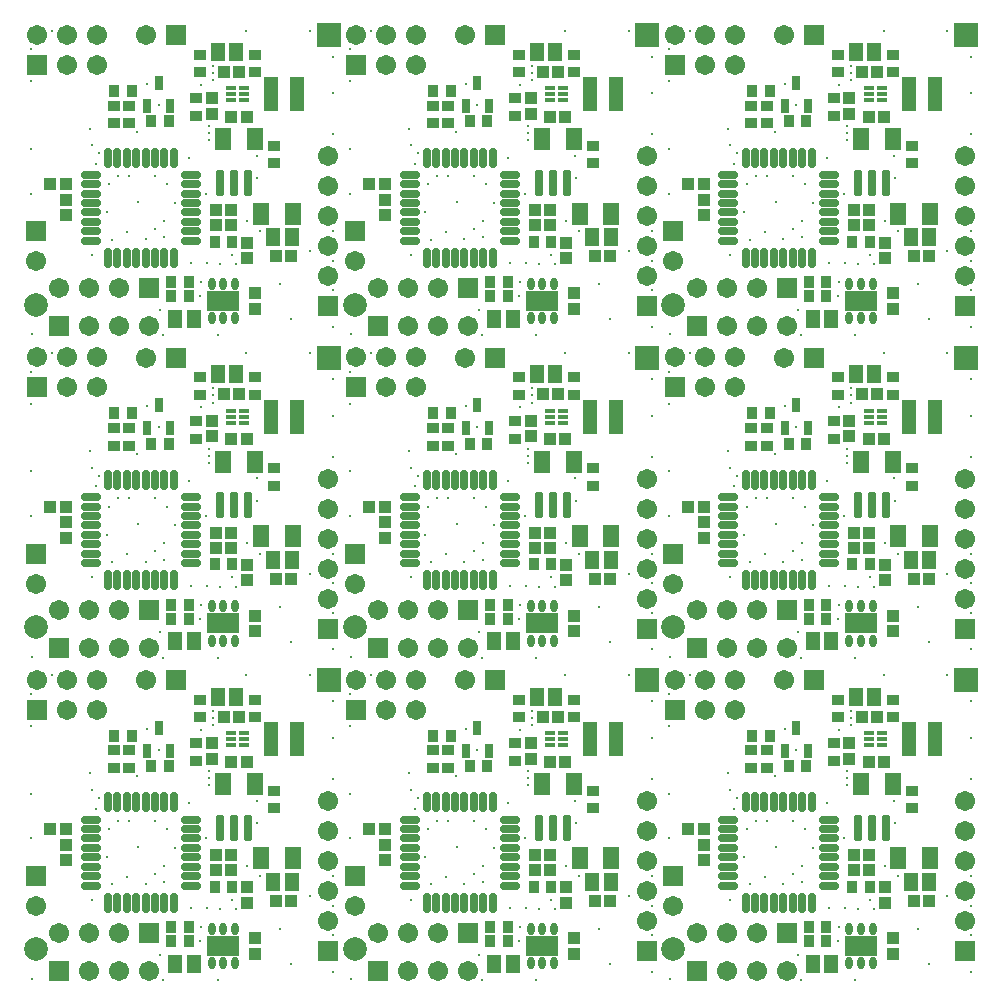
<source format=gts>
G04 Layer_Color=8388736*
%FSLAX24Y24*%
%MOIN*%
G70*
G01*
G75*
%ADD39O,0.0671X0.0297*%
%ADD40O,0.0297X0.0671*%
%ADD41R,0.0474X0.0631*%
%ADD42R,0.0434X0.0415*%
%ADD43R,0.0415X0.0434*%
%ADD44R,0.0552X0.0769*%
%ADD45R,0.0474X0.1143*%
%ADD46R,0.0316X0.0513*%
%ADD47R,0.0415X0.0336*%
%ADD48R,0.0336X0.0415*%
%ADD49R,0.0335X0.0150*%
%ADD50R,0.0787X0.0787*%
%ADD51C,0.0787*%
G04:AMPARAMS|DCode=52|XSize=23.7mil|YSize=86.7mil|CornerRadius=4.8mil|HoleSize=0mil|Usage=FLASHONLY|Rotation=0.000|XOffset=0mil|YOffset=0mil|HoleType=Round|Shape=RoundedRectangle|*
%AMROUNDEDRECTD52*
21,1,0.0237,0.0772,0,0,0.0*
21,1,0.0142,0.0867,0,0,0.0*
1,1,0.0096,0.0071,-0.0386*
1,1,0.0096,-0.0071,-0.0386*
1,1,0.0096,-0.0071,0.0386*
1,1,0.0096,0.0071,0.0386*
%
%ADD52ROUNDEDRECTD52*%
%ADD53R,0.1064X0.0710*%
%ADD54O,0.0257X0.0415*%
%ADD55C,0.0671*%
%ADD56R,0.0671X0.0671*%
%ADD57R,0.0671X0.0671*%
%ADD58C,0.0126*%
D39*
X5610Y3425D02*
D03*
Y3740D02*
D03*
Y4055D02*
D03*
Y4370D02*
D03*
Y4685D02*
D03*
Y5000D02*
D03*
Y5315D02*
D03*
Y5630D02*
D03*
X2264D02*
D03*
Y5315D02*
D03*
Y5000D02*
D03*
Y4685D02*
D03*
Y4370D02*
D03*
Y4055D02*
D03*
Y3740D02*
D03*
Y3425D02*
D03*
X16240D02*
D03*
Y3740D02*
D03*
Y4055D02*
D03*
Y4370D02*
D03*
Y4685D02*
D03*
Y5000D02*
D03*
Y5315D02*
D03*
Y5630D02*
D03*
X12894D02*
D03*
Y5315D02*
D03*
Y5000D02*
D03*
Y4685D02*
D03*
Y4370D02*
D03*
Y4055D02*
D03*
Y3740D02*
D03*
Y3425D02*
D03*
X26870D02*
D03*
Y3740D02*
D03*
Y4055D02*
D03*
Y4370D02*
D03*
Y4685D02*
D03*
Y5000D02*
D03*
Y5315D02*
D03*
Y5630D02*
D03*
X23524D02*
D03*
Y5315D02*
D03*
Y5000D02*
D03*
Y4685D02*
D03*
Y4370D02*
D03*
Y4055D02*
D03*
Y3740D02*
D03*
Y3425D02*
D03*
X5610Y14173D02*
D03*
Y14488D02*
D03*
Y14803D02*
D03*
Y15118D02*
D03*
Y15433D02*
D03*
Y15748D02*
D03*
Y16063D02*
D03*
Y16378D02*
D03*
X2264D02*
D03*
Y16063D02*
D03*
Y15748D02*
D03*
Y15433D02*
D03*
Y15118D02*
D03*
Y14803D02*
D03*
Y14488D02*
D03*
Y14173D02*
D03*
X16240D02*
D03*
Y14488D02*
D03*
Y14803D02*
D03*
Y15118D02*
D03*
Y15433D02*
D03*
Y15748D02*
D03*
Y16063D02*
D03*
Y16378D02*
D03*
X12894D02*
D03*
Y16063D02*
D03*
Y15748D02*
D03*
Y15433D02*
D03*
Y15118D02*
D03*
Y14803D02*
D03*
Y14488D02*
D03*
Y14173D02*
D03*
X26870D02*
D03*
Y14488D02*
D03*
Y14803D02*
D03*
Y15118D02*
D03*
Y15433D02*
D03*
Y15748D02*
D03*
Y16063D02*
D03*
Y16378D02*
D03*
X23524D02*
D03*
Y16063D02*
D03*
Y15748D02*
D03*
Y15433D02*
D03*
Y15118D02*
D03*
Y14803D02*
D03*
Y14488D02*
D03*
Y14173D02*
D03*
X5610Y24921D02*
D03*
Y25236D02*
D03*
Y25551D02*
D03*
Y25866D02*
D03*
Y26181D02*
D03*
Y26496D02*
D03*
Y26811D02*
D03*
Y27126D02*
D03*
X2264D02*
D03*
Y26811D02*
D03*
Y26496D02*
D03*
Y26181D02*
D03*
Y25866D02*
D03*
Y25551D02*
D03*
Y25236D02*
D03*
Y24921D02*
D03*
X16240D02*
D03*
Y25236D02*
D03*
Y25551D02*
D03*
Y25866D02*
D03*
Y26181D02*
D03*
Y26496D02*
D03*
Y26811D02*
D03*
Y27126D02*
D03*
X12894D02*
D03*
Y26811D02*
D03*
Y26496D02*
D03*
Y26181D02*
D03*
Y25866D02*
D03*
Y25551D02*
D03*
Y25236D02*
D03*
Y24921D02*
D03*
X26870D02*
D03*
Y25236D02*
D03*
Y25551D02*
D03*
Y25866D02*
D03*
Y26181D02*
D03*
Y26496D02*
D03*
Y26811D02*
D03*
Y27126D02*
D03*
X23524D02*
D03*
Y26811D02*
D03*
Y26496D02*
D03*
Y26181D02*
D03*
Y25866D02*
D03*
Y25551D02*
D03*
Y25236D02*
D03*
Y24921D02*
D03*
D40*
X5039Y6201D02*
D03*
X4724D02*
D03*
X4409D02*
D03*
X4094D02*
D03*
X3780D02*
D03*
X3465D02*
D03*
X3150D02*
D03*
X2835D02*
D03*
Y2854D02*
D03*
X3150D02*
D03*
X3465D02*
D03*
X3780D02*
D03*
X4094D02*
D03*
X4409D02*
D03*
X4724D02*
D03*
X5039D02*
D03*
X15669Y6201D02*
D03*
X15354D02*
D03*
X15039D02*
D03*
X14724D02*
D03*
X14409D02*
D03*
X14094D02*
D03*
X13780D02*
D03*
X13465D02*
D03*
Y2854D02*
D03*
X13780D02*
D03*
X14094D02*
D03*
X14409D02*
D03*
X14724D02*
D03*
X15039D02*
D03*
X15354D02*
D03*
X15669D02*
D03*
X26299Y6201D02*
D03*
X25984D02*
D03*
X25669D02*
D03*
X25354D02*
D03*
X25039D02*
D03*
X24724D02*
D03*
X24409D02*
D03*
X24094D02*
D03*
Y2854D02*
D03*
X24409D02*
D03*
X24724D02*
D03*
X25039D02*
D03*
X25354D02*
D03*
X25669D02*
D03*
X25984D02*
D03*
X26299D02*
D03*
X5039Y16949D02*
D03*
X4724D02*
D03*
X4409D02*
D03*
X4094D02*
D03*
X3780D02*
D03*
X3465D02*
D03*
X3150D02*
D03*
X2835D02*
D03*
Y13602D02*
D03*
X3150D02*
D03*
X3465D02*
D03*
X3780D02*
D03*
X4094D02*
D03*
X4409D02*
D03*
X4724D02*
D03*
X5039D02*
D03*
X15669Y16949D02*
D03*
X15354D02*
D03*
X15039D02*
D03*
X14724D02*
D03*
X14409D02*
D03*
X14094D02*
D03*
X13780D02*
D03*
X13465D02*
D03*
Y13602D02*
D03*
X13780D02*
D03*
X14094D02*
D03*
X14409D02*
D03*
X14724D02*
D03*
X15039D02*
D03*
X15354D02*
D03*
X15669D02*
D03*
X26299Y16949D02*
D03*
X25984D02*
D03*
X25669D02*
D03*
X25354D02*
D03*
X25039D02*
D03*
X24724D02*
D03*
X24409D02*
D03*
X24094D02*
D03*
Y13602D02*
D03*
X24409D02*
D03*
X24724D02*
D03*
X25039D02*
D03*
X25354D02*
D03*
X25669D02*
D03*
X25984D02*
D03*
X26299D02*
D03*
X5039Y27697D02*
D03*
X4724D02*
D03*
X4409D02*
D03*
X4094D02*
D03*
X3780D02*
D03*
X3465D02*
D03*
X3150D02*
D03*
X2835D02*
D03*
Y24350D02*
D03*
X3150D02*
D03*
X3465D02*
D03*
X3780D02*
D03*
X4094D02*
D03*
X4409D02*
D03*
X4724D02*
D03*
X5039D02*
D03*
X15669Y27697D02*
D03*
X15354D02*
D03*
X15039D02*
D03*
X14724D02*
D03*
X14409D02*
D03*
X14094D02*
D03*
X13780D02*
D03*
X13465D02*
D03*
Y24350D02*
D03*
X13780D02*
D03*
X14094D02*
D03*
X14409D02*
D03*
X14724D02*
D03*
X15039D02*
D03*
X15354D02*
D03*
X15669D02*
D03*
X26299Y27697D02*
D03*
X25984D02*
D03*
X25669D02*
D03*
X25354D02*
D03*
X25039D02*
D03*
X24724D02*
D03*
X24409D02*
D03*
X24094D02*
D03*
Y24350D02*
D03*
X24409D02*
D03*
X24724D02*
D03*
X25039D02*
D03*
X25354D02*
D03*
X25669D02*
D03*
X25984D02*
D03*
X26299D02*
D03*
D41*
X5699Y827D02*
D03*
X5089D02*
D03*
X6506Y9724D02*
D03*
X7116D02*
D03*
X8356Y3543D02*
D03*
X8967D02*
D03*
X16329Y827D02*
D03*
X15718D02*
D03*
X17136Y9724D02*
D03*
X17746D02*
D03*
X18986Y3543D02*
D03*
X19596D02*
D03*
X26959Y827D02*
D03*
X26348D02*
D03*
X27766Y9724D02*
D03*
X28376D02*
D03*
X29616Y3543D02*
D03*
X30226D02*
D03*
X5699Y11575D02*
D03*
X5089D02*
D03*
X6506Y20472D02*
D03*
X7116D02*
D03*
X8356Y14291D02*
D03*
X8967D02*
D03*
X16329Y11575D02*
D03*
X15718D02*
D03*
X17136Y20472D02*
D03*
X17746D02*
D03*
X18986Y14291D02*
D03*
X19596D02*
D03*
X26959Y11575D02*
D03*
X26348D02*
D03*
X27766Y20472D02*
D03*
X28376D02*
D03*
X29616Y14291D02*
D03*
X30226D02*
D03*
X5699Y22323D02*
D03*
X5089D02*
D03*
X6506Y31220D02*
D03*
X7116D02*
D03*
X8356Y25039D02*
D03*
X8967D02*
D03*
X16329Y22323D02*
D03*
X15718D02*
D03*
X17136Y31220D02*
D03*
X17746D02*
D03*
X18986Y25039D02*
D03*
X19596D02*
D03*
X26959Y22323D02*
D03*
X26348D02*
D03*
X27766Y31220D02*
D03*
X28376D02*
D03*
X29616Y25039D02*
D03*
X30226D02*
D03*
D42*
X6713Y9055D02*
D03*
X7224D02*
D03*
X6949Y7559D02*
D03*
X7461D02*
D03*
X8445Y2913D02*
D03*
X8957D02*
D03*
X1437Y5315D02*
D03*
X925D02*
D03*
X6437Y3937D02*
D03*
X6949D02*
D03*
X6437Y4449D02*
D03*
X6949D02*
D03*
X17343Y9055D02*
D03*
X17854D02*
D03*
X17579Y7559D02*
D03*
X18091D02*
D03*
X19075Y2913D02*
D03*
X19587D02*
D03*
X12067Y5315D02*
D03*
X11555D02*
D03*
X17067Y3937D02*
D03*
X17579D02*
D03*
X17067Y4449D02*
D03*
X17579D02*
D03*
X27972Y9055D02*
D03*
X28484D02*
D03*
X28209Y7559D02*
D03*
X28720D02*
D03*
X29705Y2913D02*
D03*
X30217D02*
D03*
X22697Y5315D02*
D03*
X22185D02*
D03*
X27697Y3937D02*
D03*
X28209D02*
D03*
X27697Y4449D02*
D03*
X28209D02*
D03*
X6713Y19803D02*
D03*
X7224D02*
D03*
X6949Y18307D02*
D03*
X7461D02*
D03*
X8445Y13661D02*
D03*
X8957D02*
D03*
X1437Y16063D02*
D03*
X925D02*
D03*
X6437Y14685D02*
D03*
X6949D02*
D03*
X6437Y15197D02*
D03*
X6949D02*
D03*
X17343Y19803D02*
D03*
X17854D02*
D03*
X17579Y18307D02*
D03*
X18091D02*
D03*
X19075Y13661D02*
D03*
X19587D02*
D03*
X12067Y16063D02*
D03*
X11555D02*
D03*
X17067Y14685D02*
D03*
X17579D02*
D03*
X17067Y15197D02*
D03*
X17579D02*
D03*
X27972Y19803D02*
D03*
X28484D02*
D03*
X28209Y18307D02*
D03*
X28720D02*
D03*
X29705Y13661D02*
D03*
X30217D02*
D03*
X22697Y16063D02*
D03*
X22185D02*
D03*
X27697Y14685D02*
D03*
X28209D02*
D03*
X27697Y15197D02*
D03*
X28209D02*
D03*
X6713Y30551D02*
D03*
X7224D02*
D03*
X6949Y29055D02*
D03*
X7461D02*
D03*
X8445Y24409D02*
D03*
X8957D02*
D03*
X1437Y26811D02*
D03*
X925D02*
D03*
X6437Y25433D02*
D03*
X6949D02*
D03*
X6437Y25945D02*
D03*
X6949D02*
D03*
X17343Y30551D02*
D03*
X17854D02*
D03*
X17579Y29055D02*
D03*
X18091D02*
D03*
X19075Y24409D02*
D03*
X19587D02*
D03*
X12067Y26811D02*
D03*
X11555D02*
D03*
X17067Y25433D02*
D03*
X17579D02*
D03*
X17067Y25945D02*
D03*
X17579D02*
D03*
X27972Y30551D02*
D03*
X28484D02*
D03*
X28209Y29055D02*
D03*
X28720D02*
D03*
X29705Y24409D02*
D03*
X30217D02*
D03*
X22697Y26811D02*
D03*
X22185D02*
D03*
X27697Y25433D02*
D03*
X28209D02*
D03*
X27697Y25945D02*
D03*
X28209D02*
D03*
D43*
X6299Y7657D02*
D03*
Y8169D02*
D03*
X1457Y4783D02*
D03*
Y4272D02*
D03*
X7480Y2854D02*
D03*
Y3366D02*
D03*
X7756Y1673D02*
D03*
Y1161D02*
D03*
X16929Y7657D02*
D03*
Y8169D02*
D03*
X12087Y4783D02*
D03*
Y4272D02*
D03*
X18110Y2854D02*
D03*
Y3366D02*
D03*
X18386Y1673D02*
D03*
Y1161D02*
D03*
X27559Y7657D02*
D03*
Y8169D02*
D03*
X22717Y4783D02*
D03*
Y4272D02*
D03*
X28740Y2854D02*
D03*
Y3366D02*
D03*
X29016Y1673D02*
D03*
Y1161D02*
D03*
X6299Y18406D02*
D03*
Y18917D02*
D03*
X1457Y15532D02*
D03*
Y15020D02*
D03*
X7480Y13602D02*
D03*
Y14114D02*
D03*
X7756Y12421D02*
D03*
Y11909D02*
D03*
X16929Y18406D02*
D03*
Y18917D02*
D03*
X12087Y15532D02*
D03*
Y15020D02*
D03*
X18110Y13602D02*
D03*
Y14114D02*
D03*
X18386Y12421D02*
D03*
Y11909D02*
D03*
X27559Y18406D02*
D03*
Y18917D02*
D03*
X22717Y15532D02*
D03*
Y15020D02*
D03*
X28740Y13602D02*
D03*
Y14114D02*
D03*
X29016Y12421D02*
D03*
Y11909D02*
D03*
X6299Y29154D02*
D03*
Y29665D02*
D03*
X1457Y26280D02*
D03*
Y25768D02*
D03*
X7480Y24350D02*
D03*
Y24862D02*
D03*
X7756Y23169D02*
D03*
Y22657D02*
D03*
X16929Y29154D02*
D03*
Y29665D02*
D03*
X12087Y26280D02*
D03*
Y25768D02*
D03*
X18110Y24350D02*
D03*
Y24862D02*
D03*
X18386Y23169D02*
D03*
Y22657D02*
D03*
X27559Y29154D02*
D03*
Y29665D02*
D03*
X22717Y26280D02*
D03*
Y25768D02*
D03*
X28740Y24350D02*
D03*
Y24862D02*
D03*
X29016Y23169D02*
D03*
Y22657D02*
D03*
D44*
X7736Y6811D02*
D03*
X6673D02*
D03*
X8996Y4331D02*
D03*
X7933D02*
D03*
X18366Y6811D02*
D03*
X17303D02*
D03*
X19626Y4331D02*
D03*
X18563D02*
D03*
X28996Y6811D02*
D03*
X27933D02*
D03*
X30256Y4331D02*
D03*
X29193D02*
D03*
X7736Y17559D02*
D03*
X6673D02*
D03*
X8996Y15079D02*
D03*
X7933D02*
D03*
X18366Y17559D02*
D03*
X17303D02*
D03*
X19626Y15079D02*
D03*
X18563D02*
D03*
X28996Y17559D02*
D03*
X27933D02*
D03*
X30256Y15079D02*
D03*
X29193D02*
D03*
X7736Y28307D02*
D03*
X6673D02*
D03*
X8996Y25827D02*
D03*
X7933D02*
D03*
X18366Y28307D02*
D03*
X17303D02*
D03*
X19626Y25827D02*
D03*
X18563D02*
D03*
X28996Y28307D02*
D03*
X27933D02*
D03*
X30256Y25827D02*
D03*
X29193D02*
D03*
D45*
X9134Y8307D02*
D03*
X8268D02*
D03*
X19764D02*
D03*
X18898D02*
D03*
X30394D02*
D03*
X29528D02*
D03*
X9134Y19055D02*
D03*
X8268D02*
D03*
X19764D02*
D03*
X18898D02*
D03*
X30394D02*
D03*
X29528D02*
D03*
X9134Y29803D02*
D03*
X8268D02*
D03*
X19764D02*
D03*
X18898D02*
D03*
X30394D02*
D03*
X29528D02*
D03*
D46*
X4154Y7923D02*
D03*
X4902D02*
D03*
X4528Y8691D02*
D03*
X14783Y7923D02*
D03*
X15531D02*
D03*
X15157Y8691D02*
D03*
X25413Y7923D02*
D03*
X26161D02*
D03*
X25787Y8691D02*
D03*
X4154Y18671D02*
D03*
X4902D02*
D03*
X4528Y19439D02*
D03*
X14783Y18671D02*
D03*
X15531D02*
D03*
X15157Y19439D02*
D03*
X25413Y18671D02*
D03*
X26161D02*
D03*
X25787Y19439D02*
D03*
X4154Y29419D02*
D03*
X4902D02*
D03*
X4528Y30187D02*
D03*
X14783Y29419D02*
D03*
X15531D02*
D03*
X15157Y30187D02*
D03*
X25413Y29419D02*
D03*
X26161D02*
D03*
X25787Y30187D02*
D03*
D47*
X7756Y9626D02*
D03*
Y9035D02*
D03*
X5906Y9035D02*
D03*
Y9626D02*
D03*
X3031Y7343D02*
D03*
Y7933D02*
D03*
X3543Y7933D02*
D03*
Y7343D02*
D03*
X5787Y8169D02*
D03*
Y7579D02*
D03*
X8386Y6594D02*
D03*
Y6004D02*
D03*
X18386Y9626D02*
D03*
Y9035D02*
D03*
X16535Y9035D02*
D03*
Y9626D02*
D03*
X13661Y7343D02*
D03*
Y7933D02*
D03*
X14173Y7933D02*
D03*
Y7343D02*
D03*
X16417Y8169D02*
D03*
Y7579D02*
D03*
X19016Y6594D02*
D03*
Y6004D02*
D03*
X29016Y9626D02*
D03*
Y9035D02*
D03*
X27165Y9035D02*
D03*
Y9626D02*
D03*
X24291Y7343D02*
D03*
Y7933D02*
D03*
X24803Y7933D02*
D03*
Y7343D02*
D03*
X27047Y8169D02*
D03*
Y7579D02*
D03*
X29646Y6594D02*
D03*
Y6004D02*
D03*
X7756Y20374D02*
D03*
Y19783D02*
D03*
X5906Y19783D02*
D03*
Y20374D02*
D03*
X3031Y18091D02*
D03*
Y18681D02*
D03*
X3543Y18681D02*
D03*
Y18091D02*
D03*
X5787Y18917D02*
D03*
Y18327D02*
D03*
X8386Y17343D02*
D03*
Y16752D02*
D03*
X18386Y20374D02*
D03*
Y19783D02*
D03*
X16535Y19783D02*
D03*
Y20374D02*
D03*
X13661Y18091D02*
D03*
Y18681D02*
D03*
X14173Y18681D02*
D03*
Y18091D02*
D03*
X16417Y18917D02*
D03*
Y18327D02*
D03*
X19016Y17343D02*
D03*
Y16752D02*
D03*
X29016Y20374D02*
D03*
Y19783D02*
D03*
X27165Y19783D02*
D03*
Y20374D02*
D03*
X24291Y18091D02*
D03*
Y18681D02*
D03*
X24803Y18681D02*
D03*
Y18091D02*
D03*
X27047Y18917D02*
D03*
Y18327D02*
D03*
X29646Y17343D02*
D03*
Y16752D02*
D03*
X7756Y31122D02*
D03*
Y30531D02*
D03*
X5906Y30531D02*
D03*
Y31122D02*
D03*
X3031Y28839D02*
D03*
Y29429D02*
D03*
X3543Y29429D02*
D03*
Y28839D02*
D03*
X5787Y29665D02*
D03*
Y29075D02*
D03*
X8386Y28091D02*
D03*
Y27500D02*
D03*
X18386Y31122D02*
D03*
Y30531D02*
D03*
X16535Y30531D02*
D03*
Y31122D02*
D03*
X13661Y28839D02*
D03*
Y29429D02*
D03*
X14173Y29429D02*
D03*
Y28839D02*
D03*
X16417Y29665D02*
D03*
Y29075D02*
D03*
X19016Y28091D02*
D03*
Y27500D02*
D03*
X29016Y31122D02*
D03*
Y30531D02*
D03*
X27165Y30531D02*
D03*
Y31122D02*
D03*
X24291Y28839D02*
D03*
Y29429D02*
D03*
X24803Y29429D02*
D03*
Y28839D02*
D03*
X27047Y29665D02*
D03*
Y29075D02*
D03*
X29646Y28091D02*
D03*
Y27500D02*
D03*
D48*
X4272Y7402D02*
D03*
X4862D02*
D03*
X4941Y1575D02*
D03*
X5531D02*
D03*
X4941Y2047D02*
D03*
X5531D02*
D03*
X3642Y8425D02*
D03*
X3051D02*
D03*
X6398Y3386D02*
D03*
X6988D02*
D03*
X14902Y7402D02*
D03*
X15492D02*
D03*
X15571Y1575D02*
D03*
X16161D02*
D03*
X15571Y2047D02*
D03*
X16161D02*
D03*
X14272Y8425D02*
D03*
X13681D02*
D03*
X17028Y3386D02*
D03*
X17618D02*
D03*
X25531Y7402D02*
D03*
X26122D02*
D03*
X26201Y1575D02*
D03*
X26791D02*
D03*
X26201Y2047D02*
D03*
X26791D02*
D03*
X24902Y8425D02*
D03*
X24311D02*
D03*
X27657Y3386D02*
D03*
X28248D02*
D03*
X4272Y18150D02*
D03*
X4862D02*
D03*
X4941Y12323D02*
D03*
X5531D02*
D03*
X4941Y12795D02*
D03*
X5531D02*
D03*
X3642Y19173D02*
D03*
X3051D02*
D03*
X6398Y14134D02*
D03*
X6988D02*
D03*
X14902Y18150D02*
D03*
X15492D02*
D03*
X15571Y12323D02*
D03*
X16161D02*
D03*
X15571Y12795D02*
D03*
X16161D02*
D03*
X14272Y19173D02*
D03*
X13681D02*
D03*
X17028Y14134D02*
D03*
X17618D02*
D03*
X25531Y18150D02*
D03*
X26122D02*
D03*
X26201Y12323D02*
D03*
X26791D02*
D03*
X26201Y12795D02*
D03*
X26791D02*
D03*
X24902Y19173D02*
D03*
X24311D02*
D03*
X27657Y14134D02*
D03*
X28248D02*
D03*
X4272Y28898D02*
D03*
X4862D02*
D03*
X4941Y23071D02*
D03*
X5531D02*
D03*
X4941Y23543D02*
D03*
X5531D02*
D03*
X3642Y29921D02*
D03*
X3051D02*
D03*
X6398Y24882D02*
D03*
X6988D02*
D03*
X14902Y28898D02*
D03*
X15492D02*
D03*
X15571Y23071D02*
D03*
X16161D02*
D03*
X15571Y23543D02*
D03*
X16161D02*
D03*
X14272Y29921D02*
D03*
X13681D02*
D03*
X17028Y24882D02*
D03*
X17618D02*
D03*
X25531Y28898D02*
D03*
X26122D02*
D03*
X26201Y23071D02*
D03*
X26791D02*
D03*
X26201Y23543D02*
D03*
X26791D02*
D03*
X24902Y29921D02*
D03*
X24311D02*
D03*
X27657Y24882D02*
D03*
X28248D02*
D03*
D49*
X6939Y8504D02*
D03*
Y8307D02*
D03*
Y8110D02*
D03*
X7392Y8504D02*
D03*
Y8307D02*
D03*
Y8110D02*
D03*
X17569Y8504D02*
D03*
Y8307D02*
D03*
Y8110D02*
D03*
X18022Y8504D02*
D03*
Y8307D02*
D03*
Y8110D02*
D03*
X28199Y8504D02*
D03*
Y8307D02*
D03*
Y8110D02*
D03*
X28652Y8504D02*
D03*
Y8307D02*
D03*
Y8110D02*
D03*
X6939Y19252D02*
D03*
Y19055D02*
D03*
Y18858D02*
D03*
X7392Y19252D02*
D03*
Y19055D02*
D03*
Y18858D02*
D03*
X17569Y19252D02*
D03*
Y19055D02*
D03*
Y18858D02*
D03*
X18022Y19252D02*
D03*
Y19055D02*
D03*
Y18858D02*
D03*
X28199Y19252D02*
D03*
Y19055D02*
D03*
Y18858D02*
D03*
X28652Y19252D02*
D03*
Y19055D02*
D03*
Y18858D02*
D03*
X6939Y30000D02*
D03*
Y29803D02*
D03*
Y29606D02*
D03*
X7392Y30000D02*
D03*
Y29803D02*
D03*
Y29606D02*
D03*
X17569Y30000D02*
D03*
Y29803D02*
D03*
Y29606D02*
D03*
X18022Y30000D02*
D03*
Y29803D02*
D03*
Y29606D02*
D03*
X28199Y30000D02*
D03*
Y29803D02*
D03*
Y29606D02*
D03*
X28652Y30000D02*
D03*
Y29803D02*
D03*
Y29606D02*
D03*
D50*
X10197Y10276D02*
D03*
X20827D02*
D03*
X31457D02*
D03*
X10197Y21024D02*
D03*
X20827D02*
D03*
X31457D02*
D03*
X10197Y31772D02*
D03*
X20827D02*
D03*
X31457D02*
D03*
D51*
X433Y1299D02*
D03*
X11063D02*
D03*
X21693D02*
D03*
X433Y12047D02*
D03*
X11063D02*
D03*
X21693D02*
D03*
X433Y22795D02*
D03*
X11063D02*
D03*
X21693D02*
D03*
D52*
X7520Y5354D02*
D03*
X7047D02*
D03*
X6575D02*
D03*
X18150D02*
D03*
X17677D02*
D03*
X17205D02*
D03*
X28780D02*
D03*
X28307D02*
D03*
X27835D02*
D03*
X7520Y16102D02*
D03*
X7047D02*
D03*
X6575D02*
D03*
X18150D02*
D03*
X17677D02*
D03*
X17205D02*
D03*
X28780D02*
D03*
X28307D02*
D03*
X27835D02*
D03*
X7520Y26850D02*
D03*
X7047D02*
D03*
X6575D02*
D03*
X18150D02*
D03*
X17677D02*
D03*
X17205D02*
D03*
X28780D02*
D03*
X28307D02*
D03*
X27835D02*
D03*
D53*
X6693Y1417D02*
D03*
X17323D02*
D03*
X27953D02*
D03*
X6693Y12165D02*
D03*
X17323D02*
D03*
X27953D02*
D03*
X6693Y22913D02*
D03*
X17323D02*
D03*
X27953D02*
D03*
D54*
X6299Y1988D02*
D03*
X6693D02*
D03*
X7087D02*
D03*
Y846D02*
D03*
X6693D02*
D03*
X6299D02*
D03*
X16929Y1988D02*
D03*
X17323D02*
D03*
X17716D02*
D03*
Y846D02*
D03*
X17323D02*
D03*
X16929D02*
D03*
X27559Y1988D02*
D03*
X27953D02*
D03*
X28346D02*
D03*
Y846D02*
D03*
X27953D02*
D03*
X27559D02*
D03*
X6299Y12736D02*
D03*
X6693D02*
D03*
X7087D02*
D03*
Y11594D02*
D03*
X6693D02*
D03*
X6299D02*
D03*
X16929Y12736D02*
D03*
X17323D02*
D03*
X17716D02*
D03*
Y11594D02*
D03*
X17323D02*
D03*
X16929D02*
D03*
X27559Y12736D02*
D03*
X27953D02*
D03*
X28346D02*
D03*
Y11594D02*
D03*
X27953D02*
D03*
X27559D02*
D03*
X6299Y23484D02*
D03*
X6693D02*
D03*
X7087D02*
D03*
Y22343D02*
D03*
X6693D02*
D03*
X6299D02*
D03*
X16929Y23484D02*
D03*
X17323D02*
D03*
X17716D02*
D03*
Y22343D02*
D03*
X17323D02*
D03*
X16929D02*
D03*
X27559Y23484D02*
D03*
X27953D02*
D03*
X28346D02*
D03*
Y22343D02*
D03*
X27953D02*
D03*
X27559D02*
D03*
D55*
X4220Y591D02*
D03*
X3220D02*
D03*
X2220D02*
D03*
X1213Y1850D02*
D03*
X2213D02*
D03*
X3213D02*
D03*
X4118Y10276D02*
D03*
X433Y2740D02*
D03*
X2472Y10291D02*
D03*
Y9291D02*
D03*
X1472Y10291D02*
D03*
Y9291D02*
D03*
X472Y10291D02*
D03*
X10164Y6244D02*
D03*
Y2244D02*
D03*
Y3244D02*
D03*
Y4244D02*
D03*
Y5244D02*
D03*
X14850Y591D02*
D03*
X13850D02*
D03*
X12850D02*
D03*
X11842Y1850D02*
D03*
X12842D02*
D03*
X13842D02*
D03*
X14748Y10276D02*
D03*
X11063Y2740D02*
D03*
X13102Y10291D02*
D03*
Y9291D02*
D03*
X12102Y10291D02*
D03*
Y9291D02*
D03*
X11102Y10291D02*
D03*
X20794Y6244D02*
D03*
Y2244D02*
D03*
Y3244D02*
D03*
Y4244D02*
D03*
Y5244D02*
D03*
X25480Y591D02*
D03*
X24480D02*
D03*
X23480D02*
D03*
X22472Y1850D02*
D03*
X23472D02*
D03*
X24472D02*
D03*
X25378Y10276D02*
D03*
X21693Y2740D02*
D03*
X23732Y10291D02*
D03*
Y9291D02*
D03*
X22732Y10291D02*
D03*
Y9291D02*
D03*
X21732Y10291D02*
D03*
X31424Y6244D02*
D03*
Y2244D02*
D03*
Y3244D02*
D03*
Y4244D02*
D03*
Y5244D02*
D03*
X4220Y11339D02*
D03*
X3220D02*
D03*
X2220D02*
D03*
X1213Y12598D02*
D03*
X2213D02*
D03*
X3213D02*
D03*
X4118Y21024D02*
D03*
X433Y13488D02*
D03*
X2472Y21039D02*
D03*
Y20039D02*
D03*
X1472Y21039D02*
D03*
Y20039D02*
D03*
X472Y21039D02*
D03*
X10164Y16992D02*
D03*
Y12992D02*
D03*
Y13992D02*
D03*
Y14992D02*
D03*
Y15992D02*
D03*
X14850Y11339D02*
D03*
X13850D02*
D03*
X12850D02*
D03*
X11842Y12598D02*
D03*
X12842D02*
D03*
X13842D02*
D03*
X14748Y21024D02*
D03*
X11063Y13488D02*
D03*
X13102Y21039D02*
D03*
Y20039D02*
D03*
X12102Y21039D02*
D03*
Y20039D02*
D03*
X11102Y21039D02*
D03*
X20794Y16992D02*
D03*
Y12992D02*
D03*
Y13992D02*
D03*
Y14992D02*
D03*
Y15992D02*
D03*
X25480Y11339D02*
D03*
X24480D02*
D03*
X23480D02*
D03*
X22472Y12598D02*
D03*
X23472D02*
D03*
X24472D02*
D03*
X25378Y21024D02*
D03*
X21693Y13488D02*
D03*
X23732Y21039D02*
D03*
Y20039D02*
D03*
X22732Y21039D02*
D03*
Y20039D02*
D03*
X21732Y21039D02*
D03*
X31424Y16992D02*
D03*
Y12992D02*
D03*
Y13992D02*
D03*
Y14992D02*
D03*
Y15992D02*
D03*
X4220Y22087D02*
D03*
X3220D02*
D03*
X2220D02*
D03*
X1213Y23346D02*
D03*
X2213D02*
D03*
X3213D02*
D03*
X4118Y31772D02*
D03*
X433Y24236D02*
D03*
X2472Y31787D02*
D03*
Y30787D02*
D03*
X1472Y31787D02*
D03*
Y30787D02*
D03*
X472Y31787D02*
D03*
X10164Y27740D02*
D03*
Y23740D02*
D03*
Y24740D02*
D03*
Y25740D02*
D03*
Y26740D02*
D03*
X14850Y22087D02*
D03*
X13850D02*
D03*
X12850D02*
D03*
X11842Y23346D02*
D03*
X12842D02*
D03*
X13842D02*
D03*
X14748Y31772D02*
D03*
X11063Y24236D02*
D03*
X13102Y31787D02*
D03*
Y30787D02*
D03*
X12102Y31787D02*
D03*
Y30787D02*
D03*
X11102Y31787D02*
D03*
X20794Y27740D02*
D03*
Y23740D02*
D03*
Y24740D02*
D03*
Y25740D02*
D03*
Y26740D02*
D03*
X25480Y22087D02*
D03*
X24480D02*
D03*
X23480D02*
D03*
X22472Y23346D02*
D03*
X23472D02*
D03*
X24472D02*
D03*
X25378Y31772D02*
D03*
X21693Y24236D02*
D03*
X23732Y31787D02*
D03*
Y30787D02*
D03*
X22732Y31787D02*
D03*
Y30787D02*
D03*
X21732Y31787D02*
D03*
X31424Y27740D02*
D03*
Y23740D02*
D03*
Y24740D02*
D03*
Y25740D02*
D03*
Y26740D02*
D03*
D56*
X1220Y591D02*
D03*
X4213Y1850D02*
D03*
X5118Y10276D02*
D03*
X472Y9291D02*
D03*
X11850Y591D02*
D03*
X14842Y1850D02*
D03*
X15748Y10276D02*
D03*
X11102Y9291D02*
D03*
X22480Y591D02*
D03*
X25472Y1850D02*
D03*
X26378Y10276D02*
D03*
X21732Y9291D02*
D03*
X1220Y11339D02*
D03*
X4213Y12598D02*
D03*
X5118Y21024D02*
D03*
X472Y20039D02*
D03*
X11850Y11339D02*
D03*
X14842Y12598D02*
D03*
X15748Y21024D02*
D03*
X11102Y20039D02*
D03*
X22480Y11339D02*
D03*
X25472Y12598D02*
D03*
X26378Y21024D02*
D03*
X21732Y20039D02*
D03*
X1220Y22087D02*
D03*
X4213Y23346D02*
D03*
X5118Y31772D02*
D03*
X472Y30787D02*
D03*
X11850Y22087D02*
D03*
X14842Y23346D02*
D03*
X15748Y31772D02*
D03*
X11102Y30787D02*
D03*
X22480Y22087D02*
D03*
X25472Y23346D02*
D03*
X26378Y31772D02*
D03*
X21732Y30787D02*
D03*
D57*
X433Y3740D02*
D03*
X10164Y1244D02*
D03*
X11063Y3740D02*
D03*
X20794Y1244D02*
D03*
X21693Y3740D02*
D03*
X31424Y1244D02*
D03*
X433Y14488D02*
D03*
X10164Y11992D02*
D03*
X11063Y14488D02*
D03*
X20794Y11992D02*
D03*
X21693Y14488D02*
D03*
X31424Y11992D02*
D03*
X433Y25236D02*
D03*
X10164Y22740D02*
D03*
X11063Y25236D02*
D03*
X20794Y22740D02*
D03*
X21693Y25236D02*
D03*
X31424Y22740D02*
D03*
D58*
X10354Y1772D02*
D03*
Y2756D02*
D03*
X7480Y4094D02*
D03*
X8583Y1969D02*
D03*
X3858Y4724D02*
D03*
X7803Y5512D02*
D03*
X4134Y8661D02*
D03*
X4528Y7953D02*
D03*
X2244Y7165D02*
D03*
X10354Y6969D02*
D03*
Y8346D02*
D03*
X3483Y3721D02*
D03*
X6220Y6772D02*
D03*
Y7008D02*
D03*
Y7244D02*
D03*
X5945Y8622D02*
D03*
X3189Y5591D02*
D03*
X3543D02*
D03*
X4409D02*
D03*
X4724Y4094D02*
D03*
X3819Y7067D02*
D03*
X4409Y3819D02*
D03*
X4724Y3543D02*
D03*
X4094Y3474D02*
D03*
X6969Y2953D02*
D03*
X7126Y2638D02*
D03*
X5610Y2677D02*
D03*
X6142D02*
D03*
X7795Y6260D02*
D03*
X6102Y5000D02*
D03*
X2559Y6339D02*
D03*
X2441Y5984D02*
D03*
X2323Y6614D02*
D03*
X2874Y5315D02*
D03*
X9567Y3071D02*
D03*
X8957Y807D02*
D03*
X4588Y1121D02*
D03*
X5906Y1575D02*
D03*
X6339Y8780D02*
D03*
Y9016D02*
D03*
Y9252D02*
D03*
X9567Y10433D02*
D03*
X7441D02*
D03*
X10354Y9567D02*
D03*
Y3740D02*
D03*
Y551D02*
D03*
X6496Y276D02*
D03*
X4685D02*
D03*
X315Y315D02*
D03*
X276Y5000D02*
D03*
Y6496D02*
D03*
Y8740D02*
D03*
Y9803D02*
D03*
X984Y10433D02*
D03*
X5551Y6181D02*
D03*
X5079Y4685D02*
D03*
X2795Y4370D02*
D03*
X2992Y3465D02*
D03*
X2323Y2953D02*
D03*
X5945Y2047D02*
D03*
X6575Y2638D02*
D03*
X7913Y3740D02*
D03*
X4803Y5315D02*
D03*
X20984Y1772D02*
D03*
Y2756D02*
D03*
X18110Y4094D02*
D03*
X19213Y1969D02*
D03*
X14488Y4724D02*
D03*
X18433Y5512D02*
D03*
X14764Y8661D02*
D03*
X15157Y7953D02*
D03*
X12874Y7165D02*
D03*
X20984Y6969D02*
D03*
Y8346D02*
D03*
X14113Y3721D02*
D03*
X16850Y6772D02*
D03*
Y7008D02*
D03*
Y7244D02*
D03*
X16575Y8622D02*
D03*
X13819Y5591D02*
D03*
X14173D02*
D03*
X15039D02*
D03*
X15354Y4094D02*
D03*
X14449Y7067D02*
D03*
X15039Y3819D02*
D03*
X15354Y3543D02*
D03*
X14724Y3474D02*
D03*
X17598Y2953D02*
D03*
X17756Y2638D02*
D03*
X16240Y2677D02*
D03*
X16772D02*
D03*
X18425Y6260D02*
D03*
X16732Y5000D02*
D03*
X13189Y6339D02*
D03*
X13071Y5984D02*
D03*
X12953Y6614D02*
D03*
X13504Y5315D02*
D03*
X20197Y3071D02*
D03*
X19587Y807D02*
D03*
X15217Y1121D02*
D03*
X16535Y1575D02*
D03*
X16968Y8780D02*
D03*
Y9016D02*
D03*
Y9252D02*
D03*
X20197Y10433D02*
D03*
X18071D02*
D03*
X20984Y9567D02*
D03*
Y3740D02*
D03*
Y551D02*
D03*
X17126Y276D02*
D03*
X15315D02*
D03*
X10945Y315D02*
D03*
X10906Y5000D02*
D03*
Y6496D02*
D03*
Y8740D02*
D03*
Y9803D02*
D03*
X11614Y10433D02*
D03*
X16181Y6181D02*
D03*
X15709Y4685D02*
D03*
X13425Y4370D02*
D03*
X13622Y3465D02*
D03*
X12953Y2953D02*
D03*
X16575Y2047D02*
D03*
X17205Y2638D02*
D03*
X18543Y3740D02*
D03*
X15433Y5315D02*
D03*
X31614Y1772D02*
D03*
Y2756D02*
D03*
X28740Y4094D02*
D03*
X29843Y1969D02*
D03*
X25118Y4724D02*
D03*
X29063Y5512D02*
D03*
X25394Y8661D02*
D03*
X25787Y7953D02*
D03*
X23504Y7165D02*
D03*
X31614Y6969D02*
D03*
Y8346D02*
D03*
X24743Y3721D02*
D03*
X27480Y6772D02*
D03*
Y7008D02*
D03*
Y7244D02*
D03*
X27205Y8622D02*
D03*
X24449Y5591D02*
D03*
X24803D02*
D03*
X25669D02*
D03*
X25984Y4094D02*
D03*
X25079Y7067D02*
D03*
X25669Y3819D02*
D03*
X25984Y3543D02*
D03*
X25354Y3474D02*
D03*
X28228Y2953D02*
D03*
X28386Y2638D02*
D03*
X26870Y2677D02*
D03*
X27402D02*
D03*
X29055Y6260D02*
D03*
X27362Y5000D02*
D03*
X23819Y6339D02*
D03*
X23701Y5984D02*
D03*
X23583Y6614D02*
D03*
X24134Y5315D02*
D03*
X30827Y3071D02*
D03*
X30217Y807D02*
D03*
X25847Y1121D02*
D03*
X27165Y1575D02*
D03*
X27598Y8780D02*
D03*
Y9016D02*
D03*
Y9252D02*
D03*
X30827Y10433D02*
D03*
X28701D02*
D03*
X31614Y9567D02*
D03*
Y3740D02*
D03*
Y551D02*
D03*
X27756Y276D02*
D03*
X25945D02*
D03*
X21575Y315D02*
D03*
X21535Y5000D02*
D03*
Y6496D02*
D03*
Y8740D02*
D03*
Y9803D02*
D03*
X22244Y10433D02*
D03*
X26811Y6181D02*
D03*
X26339Y4685D02*
D03*
X24055Y4370D02*
D03*
X24252Y3465D02*
D03*
X23583Y2953D02*
D03*
X27205Y2047D02*
D03*
X27835Y2638D02*
D03*
X29173Y3740D02*
D03*
X26063Y5315D02*
D03*
X10354Y12520D02*
D03*
Y13504D02*
D03*
X7480Y14843D02*
D03*
X8583Y12717D02*
D03*
X3858Y15472D02*
D03*
X7803Y16260D02*
D03*
X4134Y19409D02*
D03*
X4528Y18701D02*
D03*
X2244Y17913D02*
D03*
X10354Y17717D02*
D03*
Y19094D02*
D03*
X3483Y14469D02*
D03*
X6220Y17520D02*
D03*
Y17756D02*
D03*
Y17992D02*
D03*
X5945Y19370D02*
D03*
X3189Y16339D02*
D03*
X3543D02*
D03*
X4409D02*
D03*
X4724Y14843D02*
D03*
X3819Y17815D02*
D03*
X4409Y14567D02*
D03*
X4724Y14291D02*
D03*
X4094Y14222D02*
D03*
X6969Y13701D02*
D03*
X7126Y13386D02*
D03*
X5610Y13425D02*
D03*
X6142D02*
D03*
X7795Y17008D02*
D03*
X6102Y15748D02*
D03*
X2559Y17087D02*
D03*
X2441Y16732D02*
D03*
X2323Y17362D02*
D03*
X2874Y16063D02*
D03*
X9567Y13819D02*
D03*
X8957Y11555D02*
D03*
X4588Y11869D02*
D03*
X5906Y12323D02*
D03*
X6339Y19528D02*
D03*
Y19764D02*
D03*
Y20000D02*
D03*
X9567Y21181D02*
D03*
X7441D02*
D03*
X10354Y20315D02*
D03*
Y14488D02*
D03*
Y11299D02*
D03*
X6496Y11024D02*
D03*
X4685D02*
D03*
X315Y11063D02*
D03*
X276Y15748D02*
D03*
Y17244D02*
D03*
Y19488D02*
D03*
Y20551D02*
D03*
X984Y21181D02*
D03*
X5551Y16929D02*
D03*
X5079Y15433D02*
D03*
X2795Y15118D02*
D03*
X2992Y14213D02*
D03*
X2323Y13701D02*
D03*
X5945Y12795D02*
D03*
X6575Y13386D02*
D03*
X7913Y14488D02*
D03*
X4803Y16063D02*
D03*
X20984Y12520D02*
D03*
Y13504D02*
D03*
X18110Y14843D02*
D03*
X19213Y12717D02*
D03*
X14488Y15472D02*
D03*
X18433Y16260D02*
D03*
X14764Y19409D02*
D03*
X15157Y18701D02*
D03*
X12874Y17913D02*
D03*
X20984Y17717D02*
D03*
Y19094D02*
D03*
X14113Y14469D02*
D03*
X16850Y17520D02*
D03*
Y17756D02*
D03*
Y17992D02*
D03*
X16575Y19370D02*
D03*
X13819Y16339D02*
D03*
X14173D02*
D03*
X15039D02*
D03*
X15354Y14843D02*
D03*
X14449Y17815D02*
D03*
X15039Y14567D02*
D03*
X15354Y14291D02*
D03*
X14724Y14222D02*
D03*
X17598Y13701D02*
D03*
X17756Y13386D02*
D03*
X16240Y13425D02*
D03*
X16772D02*
D03*
X18425Y17008D02*
D03*
X16732Y15748D02*
D03*
X13189Y17087D02*
D03*
X13071Y16732D02*
D03*
X12953Y17362D02*
D03*
X13504Y16063D02*
D03*
X20197Y13819D02*
D03*
X19587Y11555D02*
D03*
X15217Y11869D02*
D03*
X16535Y12323D02*
D03*
X16968Y19528D02*
D03*
Y19764D02*
D03*
Y20000D02*
D03*
X20197Y21181D02*
D03*
X18071D02*
D03*
X20984Y20315D02*
D03*
Y14488D02*
D03*
Y11299D02*
D03*
X17126Y11024D02*
D03*
X15315D02*
D03*
X10945Y11063D02*
D03*
X10906Y15748D02*
D03*
Y17244D02*
D03*
Y19488D02*
D03*
Y20551D02*
D03*
X11614Y21181D02*
D03*
X16181Y16929D02*
D03*
X15709Y15433D02*
D03*
X13425Y15118D02*
D03*
X13622Y14213D02*
D03*
X12953Y13701D02*
D03*
X16575Y12795D02*
D03*
X17205Y13386D02*
D03*
X18543Y14488D02*
D03*
X15433Y16063D02*
D03*
X31614Y12520D02*
D03*
Y13504D02*
D03*
X28740Y14843D02*
D03*
X29843Y12717D02*
D03*
X25118Y15472D02*
D03*
X29063Y16260D02*
D03*
X25394Y19409D02*
D03*
X25787Y18701D02*
D03*
X23504Y17913D02*
D03*
X31614Y17717D02*
D03*
Y19094D02*
D03*
X24743Y14469D02*
D03*
X27480Y17520D02*
D03*
Y17756D02*
D03*
Y17992D02*
D03*
X27205Y19370D02*
D03*
X24449Y16339D02*
D03*
X24803D02*
D03*
X25669D02*
D03*
X25984Y14843D02*
D03*
X25079Y17815D02*
D03*
X25669Y14567D02*
D03*
X25984Y14291D02*
D03*
X25354Y14222D02*
D03*
X28228Y13701D02*
D03*
X28386Y13386D02*
D03*
X26870Y13425D02*
D03*
X27402D02*
D03*
X29055Y17008D02*
D03*
X27362Y15748D02*
D03*
X23819Y17087D02*
D03*
X23701Y16732D02*
D03*
X23583Y17362D02*
D03*
X24134Y16063D02*
D03*
X30827Y13819D02*
D03*
X30217Y11555D02*
D03*
X25847Y11869D02*
D03*
X27165Y12323D02*
D03*
X27598Y19528D02*
D03*
Y19764D02*
D03*
Y20000D02*
D03*
X30827Y21181D02*
D03*
X28701D02*
D03*
X31614Y20315D02*
D03*
Y14488D02*
D03*
Y11299D02*
D03*
X27756Y11024D02*
D03*
X25945D02*
D03*
X21575Y11063D02*
D03*
X21535Y15748D02*
D03*
Y17244D02*
D03*
Y19488D02*
D03*
Y20551D02*
D03*
X22244Y21181D02*
D03*
X26811Y16929D02*
D03*
X26339Y15433D02*
D03*
X24055Y15118D02*
D03*
X24252Y14213D02*
D03*
X23583Y13701D02*
D03*
X27205Y12795D02*
D03*
X27835Y13386D02*
D03*
X29173Y14488D02*
D03*
X26063Y16063D02*
D03*
X10354Y23268D02*
D03*
Y24252D02*
D03*
X7480Y25591D02*
D03*
X8583Y23465D02*
D03*
X3858Y26220D02*
D03*
X7803Y27008D02*
D03*
X4134Y30157D02*
D03*
X4528Y29449D02*
D03*
X2244Y28661D02*
D03*
X10354Y28465D02*
D03*
Y29843D02*
D03*
X3483Y25217D02*
D03*
X6220Y28268D02*
D03*
Y28504D02*
D03*
Y28740D02*
D03*
X5945Y30118D02*
D03*
X3189Y27087D02*
D03*
X3543D02*
D03*
X4409D02*
D03*
X4724Y25591D02*
D03*
X3819Y28563D02*
D03*
X4409Y25315D02*
D03*
X4724Y25039D02*
D03*
X4094Y24970D02*
D03*
X6969Y24449D02*
D03*
X7126Y24134D02*
D03*
X5610Y24173D02*
D03*
X6142D02*
D03*
X7795Y27756D02*
D03*
X6102Y26496D02*
D03*
X2559Y27835D02*
D03*
X2441Y27480D02*
D03*
X2323Y28110D02*
D03*
X2874Y26811D02*
D03*
X9567Y24567D02*
D03*
X8957Y22303D02*
D03*
X4588Y22617D02*
D03*
X5906Y23071D02*
D03*
X6339Y30276D02*
D03*
Y30512D02*
D03*
Y30748D02*
D03*
X9567Y31929D02*
D03*
X7441D02*
D03*
X10354Y31063D02*
D03*
Y25236D02*
D03*
Y22047D02*
D03*
X6496Y21772D02*
D03*
X4685D02*
D03*
X315Y21811D02*
D03*
X276Y26496D02*
D03*
Y27992D02*
D03*
Y30236D02*
D03*
Y31299D02*
D03*
X984Y31929D02*
D03*
X5551Y27677D02*
D03*
X5079Y26181D02*
D03*
X2795Y25866D02*
D03*
X2992Y24961D02*
D03*
X2323Y24449D02*
D03*
X5945Y23543D02*
D03*
X6575Y24134D02*
D03*
X7913Y25236D02*
D03*
X4803Y26811D02*
D03*
X20984Y23268D02*
D03*
Y24252D02*
D03*
X18110Y25591D02*
D03*
X19213Y23465D02*
D03*
X14488Y26220D02*
D03*
X18433Y27008D02*
D03*
X14764Y30157D02*
D03*
X15157Y29449D02*
D03*
X12874Y28661D02*
D03*
X20984Y28465D02*
D03*
Y29843D02*
D03*
X14113Y25217D02*
D03*
X16850Y28268D02*
D03*
Y28504D02*
D03*
Y28740D02*
D03*
X16575Y30118D02*
D03*
X13819Y27087D02*
D03*
X14173D02*
D03*
X15039D02*
D03*
X15354Y25591D02*
D03*
X14449Y28563D02*
D03*
X15039Y25315D02*
D03*
X15354Y25039D02*
D03*
X14724Y24970D02*
D03*
X17598Y24449D02*
D03*
X17756Y24134D02*
D03*
X16240Y24173D02*
D03*
X16772D02*
D03*
X18425Y27756D02*
D03*
X16732Y26496D02*
D03*
X13189Y27835D02*
D03*
X13071Y27480D02*
D03*
X12953Y28110D02*
D03*
X13504Y26811D02*
D03*
X20197Y24567D02*
D03*
X19587Y22303D02*
D03*
X15217Y22617D02*
D03*
X16535Y23071D02*
D03*
X16968Y30276D02*
D03*
Y30512D02*
D03*
Y30748D02*
D03*
X20197Y31929D02*
D03*
X18071D02*
D03*
X20984Y31063D02*
D03*
Y25236D02*
D03*
Y22047D02*
D03*
X17126Y21772D02*
D03*
X15315D02*
D03*
X10945Y21811D02*
D03*
X10906Y26496D02*
D03*
Y27992D02*
D03*
Y30236D02*
D03*
Y31299D02*
D03*
X11614Y31929D02*
D03*
X16181Y27677D02*
D03*
X15709Y26181D02*
D03*
X13425Y25866D02*
D03*
X13622Y24961D02*
D03*
X12953Y24449D02*
D03*
X16575Y23543D02*
D03*
X17205Y24134D02*
D03*
X18543Y25236D02*
D03*
X15433Y26811D02*
D03*
X31614Y23268D02*
D03*
Y24252D02*
D03*
X28740Y25591D02*
D03*
X29843Y23465D02*
D03*
X25118Y26220D02*
D03*
X29063Y27008D02*
D03*
X25394Y30157D02*
D03*
X25787Y29449D02*
D03*
X23504Y28661D02*
D03*
X31614Y28465D02*
D03*
Y29843D02*
D03*
X24743Y25217D02*
D03*
X27480Y28268D02*
D03*
Y28504D02*
D03*
Y28740D02*
D03*
X27205Y30118D02*
D03*
X24449Y27087D02*
D03*
X24803D02*
D03*
X25669D02*
D03*
X25984Y25591D02*
D03*
X25079Y28563D02*
D03*
X25669Y25315D02*
D03*
X25984Y25039D02*
D03*
X25354Y24970D02*
D03*
X28228Y24449D02*
D03*
X28386Y24134D02*
D03*
X26870Y24173D02*
D03*
X27402D02*
D03*
X29055Y27756D02*
D03*
X27362Y26496D02*
D03*
X23819Y27835D02*
D03*
X23701Y27480D02*
D03*
X23583Y28110D02*
D03*
X24134Y26811D02*
D03*
X30827Y24567D02*
D03*
X30217Y22303D02*
D03*
X25847Y22617D02*
D03*
X27165Y23071D02*
D03*
X27598Y30276D02*
D03*
Y30512D02*
D03*
Y30748D02*
D03*
X30827Y31929D02*
D03*
X28701D02*
D03*
X31614Y31063D02*
D03*
Y25236D02*
D03*
Y22047D02*
D03*
X27756Y21772D02*
D03*
X25945D02*
D03*
X21575Y21811D02*
D03*
X21535Y26496D02*
D03*
Y27992D02*
D03*
Y30236D02*
D03*
Y31299D02*
D03*
X22244Y31929D02*
D03*
X26811Y27677D02*
D03*
X26339Y26181D02*
D03*
X24055Y25866D02*
D03*
X24252Y24961D02*
D03*
X23583Y24449D02*
D03*
X27205Y23543D02*
D03*
X27835Y24134D02*
D03*
X29173Y25236D02*
D03*
X26063Y26811D02*
D03*
M02*

</source>
